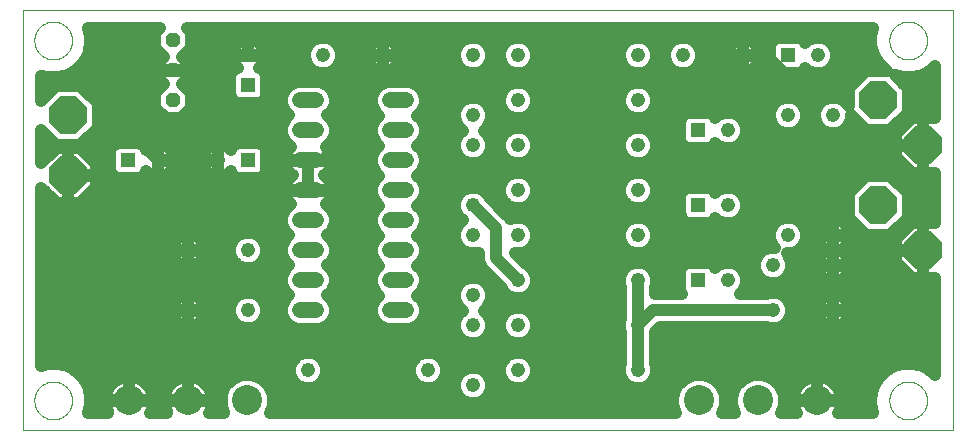
<source format=gtl>
G75*
G70*
%OFA0B0*%
%FSLAX24Y24*%
%IPPOS*%
%LPD*%
%AMOC8*
5,1,8,0,0,1.08239X$1,22.5*
%
%ADD10C,0.0000*%
%ADD11C,0.0520*%
%ADD12C,0.0476*%
%ADD13C,0.1000*%
%ADD14R,0.0476X0.0476*%
%ADD15OC8,0.1250*%
%ADD16OC8,0.0476*%
%ADD17C,0.0400*%
D10*
X000302Y005826D02*
X000302Y019826D01*
X031302Y019826D01*
X031302Y005826D01*
X000302Y005826D01*
X000672Y006826D02*
X000674Y006876D01*
X000680Y006926D01*
X000690Y006975D01*
X000704Y007023D01*
X000721Y007070D01*
X000742Y007115D01*
X000767Y007159D01*
X000795Y007200D01*
X000827Y007239D01*
X000861Y007276D01*
X000898Y007310D01*
X000938Y007340D01*
X000980Y007367D01*
X001024Y007391D01*
X001070Y007412D01*
X001117Y007428D01*
X001165Y007441D01*
X001215Y007450D01*
X001264Y007455D01*
X001315Y007456D01*
X001365Y007453D01*
X001414Y007446D01*
X001463Y007435D01*
X001511Y007420D01*
X001557Y007402D01*
X001602Y007380D01*
X001645Y007354D01*
X001686Y007325D01*
X001725Y007293D01*
X001761Y007258D01*
X001793Y007220D01*
X001823Y007180D01*
X001850Y007137D01*
X001873Y007093D01*
X001892Y007047D01*
X001908Y006999D01*
X001920Y006950D01*
X001928Y006901D01*
X001932Y006851D01*
X001932Y006801D01*
X001928Y006751D01*
X001920Y006702D01*
X001908Y006653D01*
X001892Y006605D01*
X001873Y006559D01*
X001850Y006515D01*
X001823Y006472D01*
X001793Y006432D01*
X001761Y006394D01*
X001725Y006359D01*
X001686Y006327D01*
X001645Y006298D01*
X001602Y006272D01*
X001557Y006250D01*
X001511Y006232D01*
X001463Y006217D01*
X001414Y006206D01*
X001365Y006199D01*
X001315Y006196D01*
X001264Y006197D01*
X001215Y006202D01*
X001165Y006211D01*
X001117Y006224D01*
X001070Y006240D01*
X001024Y006261D01*
X000980Y006285D01*
X000938Y006312D01*
X000898Y006342D01*
X000861Y006376D01*
X000827Y006413D01*
X000795Y006452D01*
X000767Y006493D01*
X000742Y006537D01*
X000721Y006582D01*
X000704Y006629D01*
X000690Y006677D01*
X000680Y006726D01*
X000674Y006776D01*
X000672Y006826D01*
X000672Y018826D02*
X000674Y018876D01*
X000680Y018926D01*
X000690Y018975D01*
X000704Y019023D01*
X000721Y019070D01*
X000742Y019115D01*
X000767Y019159D01*
X000795Y019200D01*
X000827Y019239D01*
X000861Y019276D01*
X000898Y019310D01*
X000938Y019340D01*
X000980Y019367D01*
X001024Y019391D01*
X001070Y019412D01*
X001117Y019428D01*
X001165Y019441D01*
X001215Y019450D01*
X001264Y019455D01*
X001315Y019456D01*
X001365Y019453D01*
X001414Y019446D01*
X001463Y019435D01*
X001511Y019420D01*
X001557Y019402D01*
X001602Y019380D01*
X001645Y019354D01*
X001686Y019325D01*
X001725Y019293D01*
X001761Y019258D01*
X001793Y019220D01*
X001823Y019180D01*
X001850Y019137D01*
X001873Y019093D01*
X001892Y019047D01*
X001908Y018999D01*
X001920Y018950D01*
X001928Y018901D01*
X001932Y018851D01*
X001932Y018801D01*
X001928Y018751D01*
X001920Y018702D01*
X001908Y018653D01*
X001892Y018605D01*
X001873Y018559D01*
X001850Y018515D01*
X001823Y018472D01*
X001793Y018432D01*
X001761Y018394D01*
X001725Y018359D01*
X001686Y018327D01*
X001645Y018298D01*
X001602Y018272D01*
X001557Y018250D01*
X001511Y018232D01*
X001463Y018217D01*
X001414Y018206D01*
X001365Y018199D01*
X001315Y018196D01*
X001264Y018197D01*
X001215Y018202D01*
X001165Y018211D01*
X001117Y018224D01*
X001070Y018240D01*
X001024Y018261D01*
X000980Y018285D01*
X000938Y018312D01*
X000898Y018342D01*
X000861Y018376D01*
X000827Y018413D01*
X000795Y018452D01*
X000767Y018493D01*
X000742Y018537D01*
X000721Y018582D01*
X000704Y018629D01*
X000690Y018677D01*
X000680Y018726D01*
X000674Y018776D01*
X000672Y018826D01*
X029172Y018826D02*
X029174Y018876D01*
X029180Y018926D01*
X029190Y018975D01*
X029204Y019023D01*
X029221Y019070D01*
X029242Y019115D01*
X029267Y019159D01*
X029295Y019200D01*
X029327Y019239D01*
X029361Y019276D01*
X029398Y019310D01*
X029438Y019340D01*
X029480Y019367D01*
X029524Y019391D01*
X029570Y019412D01*
X029617Y019428D01*
X029665Y019441D01*
X029715Y019450D01*
X029764Y019455D01*
X029815Y019456D01*
X029865Y019453D01*
X029914Y019446D01*
X029963Y019435D01*
X030011Y019420D01*
X030057Y019402D01*
X030102Y019380D01*
X030145Y019354D01*
X030186Y019325D01*
X030225Y019293D01*
X030261Y019258D01*
X030293Y019220D01*
X030323Y019180D01*
X030350Y019137D01*
X030373Y019093D01*
X030392Y019047D01*
X030408Y018999D01*
X030420Y018950D01*
X030428Y018901D01*
X030432Y018851D01*
X030432Y018801D01*
X030428Y018751D01*
X030420Y018702D01*
X030408Y018653D01*
X030392Y018605D01*
X030373Y018559D01*
X030350Y018515D01*
X030323Y018472D01*
X030293Y018432D01*
X030261Y018394D01*
X030225Y018359D01*
X030186Y018327D01*
X030145Y018298D01*
X030102Y018272D01*
X030057Y018250D01*
X030011Y018232D01*
X029963Y018217D01*
X029914Y018206D01*
X029865Y018199D01*
X029815Y018196D01*
X029764Y018197D01*
X029715Y018202D01*
X029665Y018211D01*
X029617Y018224D01*
X029570Y018240D01*
X029524Y018261D01*
X029480Y018285D01*
X029438Y018312D01*
X029398Y018342D01*
X029361Y018376D01*
X029327Y018413D01*
X029295Y018452D01*
X029267Y018493D01*
X029242Y018537D01*
X029221Y018582D01*
X029204Y018629D01*
X029190Y018677D01*
X029180Y018726D01*
X029174Y018776D01*
X029172Y018826D01*
X029172Y006826D02*
X029174Y006876D01*
X029180Y006926D01*
X029190Y006975D01*
X029204Y007023D01*
X029221Y007070D01*
X029242Y007115D01*
X029267Y007159D01*
X029295Y007200D01*
X029327Y007239D01*
X029361Y007276D01*
X029398Y007310D01*
X029438Y007340D01*
X029480Y007367D01*
X029524Y007391D01*
X029570Y007412D01*
X029617Y007428D01*
X029665Y007441D01*
X029715Y007450D01*
X029764Y007455D01*
X029815Y007456D01*
X029865Y007453D01*
X029914Y007446D01*
X029963Y007435D01*
X030011Y007420D01*
X030057Y007402D01*
X030102Y007380D01*
X030145Y007354D01*
X030186Y007325D01*
X030225Y007293D01*
X030261Y007258D01*
X030293Y007220D01*
X030323Y007180D01*
X030350Y007137D01*
X030373Y007093D01*
X030392Y007047D01*
X030408Y006999D01*
X030420Y006950D01*
X030428Y006901D01*
X030432Y006851D01*
X030432Y006801D01*
X030428Y006751D01*
X030420Y006702D01*
X030408Y006653D01*
X030392Y006605D01*
X030373Y006559D01*
X030350Y006515D01*
X030323Y006472D01*
X030293Y006432D01*
X030261Y006394D01*
X030225Y006359D01*
X030186Y006327D01*
X030145Y006298D01*
X030102Y006272D01*
X030057Y006250D01*
X030011Y006232D01*
X029963Y006217D01*
X029914Y006206D01*
X029865Y006199D01*
X029815Y006196D01*
X029764Y006197D01*
X029715Y006202D01*
X029665Y006211D01*
X029617Y006224D01*
X029570Y006240D01*
X029524Y006261D01*
X029480Y006285D01*
X029438Y006312D01*
X029398Y006342D01*
X029361Y006376D01*
X029327Y006413D01*
X029295Y006452D01*
X029267Y006493D01*
X029242Y006537D01*
X029221Y006582D01*
X029204Y006629D01*
X029190Y006677D01*
X029180Y006726D01*
X029174Y006776D01*
X029172Y006826D01*
D11*
X013062Y009826D02*
X012542Y009826D01*
X012542Y010826D02*
X013062Y010826D01*
X013062Y011826D02*
X012542Y011826D01*
X012542Y012826D02*
X013062Y012826D01*
X013062Y013826D02*
X012542Y013826D01*
X012542Y014826D02*
X013062Y014826D01*
X013062Y015826D02*
X012542Y015826D01*
X012542Y016826D02*
X013062Y016826D01*
X010062Y016826D02*
X009542Y016826D01*
X009542Y015826D02*
X010062Y015826D01*
X010062Y014826D02*
X009542Y014826D01*
X009542Y013826D02*
X010062Y013826D01*
X010062Y012826D02*
X009542Y012826D01*
X009542Y011826D02*
X010062Y011826D01*
X010062Y010826D02*
X009542Y010826D01*
X009542Y009826D02*
X010062Y009826D01*
D12*
X007802Y009826D03*
X005802Y009826D03*
X005802Y011826D03*
X007802Y011826D03*
X006802Y014826D03*
X004802Y014826D03*
X007802Y018326D03*
X010302Y018326D03*
X012302Y018326D03*
X015302Y018326D03*
X016802Y018326D03*
X016802Y016826D03*
X015302Y016326D03*
X015302Y015326D03*
X016802Y015326D03*
X016802Y013826D03*
X015302Y013326D03*
X015302Y012326D03*
X016802Y012326D03*
X016802Y010826D03*
X015302Y010326D03*
X015302Y009326D03*
X016802Y009326D03*
X016802Y007826D03*
X015302Y007326D03*
X013802Y007826D03*
X009802Y007826D03*
X020802Y007826D03*
X020802Y009326D03*
X020802Y010826D03*
X020802Y012326D03*
X020802Y013826D03*
X020802Y015326D03*
X020802Y016826D03*
X020802Y018326D03*
X022302Y018326D03*
X024302Y018326D03*
X026802Y018326D03*
X027302Y016326D03*
X025802Y016326D03*
X023802Y015826D03*
X023802Y013326D03*
X025802Y012326D03*
X025302Y011326D03*
X023802Y010826D03*
X025302Y009826D03*
X027302Y009826D03*
X027302Y011326D03*
X027302Y012326D03*
D13*
X026771Y006826D03*
X024802Y006826D03*
X022834Y006826D03*
X007771Y006826D03*
X005802Y006826D03*
X003834Y006826D03*
D14*
X003802Y014826D03*
X007802Y014826D03*
X007802Y017326D03*
X022802Y015826D03*
X022802Y013326D03*
X022802Y010826D03*
X025802Y018326D03*
D15*
X028802Y016826D03*
X030302Y015326D03*
X028802Y013326D03*
X030302Y011826D03*
X001802Y014326D03*
X001802Y016326D03*
D16*
X005302Y016826D03*
X005302Y017826D03*
X005302Y018826D03*
D17*
X004857Y019226D02*
X004705Y019073D01*
X004705Y018578D01*
X004999Y018283D01*
X004765Y018048D01*
X004765Y017826D01*
X005302Y017826D01*
X005302Y017825D01*
X004765Y017825D01*
X004765Y017603D01*
X004999Y017368D01*
X004705Y017073D01*
X004705Y016578D01*
X005055Y016228D01*
X005550Y016228D01*
X005900Y016578D01*
X005900Y017073D01*
X005605Y017368D01*
X005840Y017603D01*
X005840Y017825D01*
X005303Y017825D01*
X005303Y017826D01*
X005840Y017826D01*
X005840Y018048D01*
X005605Y018283D01*
X005900Y018578D01*
X005900Y019073D01*
X005748Y019226D01*
X028636Y019226D01*
X028572Y018987D01*
X028572Y018664D01*
X028656Y018351D01*
X028818Y018070D01*
X029047Y017841D01*
X029101Y017810D01*
X028394Y017810D01*
X027817Y017233D01*
X027817Y016644D01*
X027809Y016664D01*
X027641Y016832D01*
X027421Y016923D01*
X027183Y016923D01*
X026964Y016832D01*
X026796Y016664D01*
X026705Y016444D01*
X026705Y016207D01*
X026796Y015987D01*
X026964Y015819D01*
X027183Y015728D01*
X027421Y015728D01*
X027641Y015819D01*
X027809Y015987D01*
X027900Y016207D01*
X027900Y016335D01*
X028394Y015841D01*
X029210Y015841D01*
X029787Y016418D01*
X029787Y017233D01*
X029346Y017674D01*
X029640Y017596D01*
X029964Y017596D01*
X030277Y017679D01*
X030558Y017841D01*
X030702Y017986D01*
X030702Y016234D01*
X030685Y016250D01*
X030303Y016250D01*
X030303Y015326D01*
X030302Y015326D01*
X030302Y016250D01*
X029919Y016250D01*
X029377Y015709D01*
X029377Y015326D01*
X030302Y015326D01*
X030302Y015325D01*
X030303Y015325D01*
X030303Y014401D01*
X030685Y014401D01*
X030702Y014417D01*
X030702Y012734D01*
X030685Y012750D01*
X030303Y012750D01*
X030303Y011826D01*
X030302Y011826D01*
X030302Y012750D01*
X029919Y012750D01*
X029377Y012209D01*
X029377Y011826D01*
X030302Y011826D01*
X030302Y011825D01*
X030303Y011825D01*
X030303Y010901D01*
X030685Y010901D01*
X030702Y010917D01*
X030702Y007665D01*
X030558Y007810D01*
X030277Y007972D01*
X029964Y008055D01*
X029640Y008055D01*
X029328Y007972D01*
X029047Y007810D01*
X028818Y007581D01*
X028656Y007300D01*
X028572Y006987D01*
X028572Y006664D01*
X028636Y006425D01*
X027464Y006425D01*
X027490Y006471D01*
X027530Y006568D01*
X027557Y006669D01*
X027571Y006773D01*
X027571Y006825D01*
X026771Y006825D01*
X026771Y006826D01*
X026771Y006826D01*
X026771Y007625D01*
X026823Y007625D01*
X026927Y007612D01*
X027029Y007585D01*
X027125Y007545D01*
X027216Y007492D01*
X027299Y007428D01*
X027374Y007354D01*
X027437Y007271D01*
X027490Y007180D01*
X027530Y007083D01*
X027557Y006982D01*
X027571Y006878D01*
X027571Y006826D01*
X026771Y006826D01*
X026771Y007625D01*
X026718Y007625D01*
X026614Y007612D01*
X026513Y007585D01*
X026416Y007545D01*
X026325Y007492D01*
X026242Y007428D01*
X026168Y007354D01*
X026104Y007271D01*
X026052Y007180D01*
X026012Y007083D01*
X025985Y006982D01*
X025971Y006878D01*
X025971Y006826D01*
X026770Y006826D01*
X026770Y006825D01*
X025971Y006825D01*
X025971Y006773D01*
X025985Y006669D01*
X026012Y006568D01*
X026052Y006471D01*
X026078Y006425D01*
X025567Y006425D01*
X025662Y006654D01*
X025662Y006997D01*
X025531Y007313D01*
X025289Y007555D01*
X024973Y007685D01*
X024631Y007685D01*
X024315Y007555D01*
X024073Y007313D01*
X023942Y006997D01*
X023942Y006654D01*
X024037Y006425D01*
X023599Y006425D01*
X023694Y006654D01*
X023694Y006997D01*
X023563Y007313D01*
X023321Y007555D01*
X023005Y007685D01*
X022663Y007685D01*
X022347Y007555D01*
X022105Y007313D01*
X021974Y006997D01*
X021974Y006654D01*
X022069Y006425D01*
X008536Y006425D01*
X008631Y006654D01*
X008631Y006997D01*
X008500Y007313D01*
X008258Y007555D01*
X007942Y007685D01*
X007600Y007685D01*
X007284Y007555D01*
X007042Y007313D01*
X006911Y006997D01*
X006911Y006654D01*
X007006Y006425D01*
X006495Y006425D01*
X006521Y006471D01*
X006561Y006568D01*
X006589Y006669D01*
X006602Y006773D01*
X006602Y006825D01*
X005803Y006825D01*
X005803Y006826D01*
X006602Y006826D01*
X006602Y006878D01*
X006589Y006982D01*
X006561Y007083D01*
X006521Y007180D01*
X006469Y007271D01*
X006405Y007354D01*
X006331Y007428D01*
X006248Y007492D01*
X006157Y007545D01*
X006060Y007585D01*
X005959Y007612D01*
X005855Y007625D01*
X005803Y007625D01*
X005803Y006826D01*
X005802Y006826D01*
X005802Y007625D01*
X005750Y007625D01*
X005646Y007612D01*
X005545Y007585D01*
X005448Y007545D01*
X005357Y007492D01*
X005274Y007428D01*
X005200Y007354D01*
X005136Y007271D01*
X005083Y007180D01*
X005043Y007083D01*
X005016Y006982D01*
X005002Y006878D01*
X005002Y006826D01*
X005802Y006826D01*
X005802Y006825D01*
X005002Y006825D01*
X005002Y006773D01*
X005016Y006669D01*
X005043Y006568D01*
X005083Y006471D01*
X005110Y006425D01*
X004527Y006425D01*
X004553Y006471D01*
X004593Y006568D01*
X004620Y006669D01*
X004634Y006773D01*
X004634Y006825D01*
X003834Y006825D01*
X003834Y006826D01*
X003834Y006826D01*
X003834Y007625D01*
X003886Y007625D01*
X003990Y007612D01*
X004092Y007585D01*
X004188Y007545D01*
X004279Y007492D01*
X004362Y007428D01*
X004437Y007354D01*
X004500Y007271D01*
X004553Y007180D01*
X004593Y007083D01*
X004620Y006982D01*
X004634Y006878D01*
X004634Y006826D01*
X003834Y006826D01*
X003834Y007625D01*
X003781Y007625D01*
X003677Y007612D01*
X003576Y007585D01*
X003479Y007545D01*
X003388Y007492D01*
X003305Y007428D01*
X003231Y007354D01*
X003167Y007271D01*
X003115Y007180D01*
X003075Y007083D01*
X003048Y006982D01*
X003034Y006878D01*
X003034Y006826D01*
X003833Y006826D01*
X003833Y006825D01*
X003034Y006825D01*
X003034Y006773D01*
X003048Y006669D01*
X003075Y006568D01*
X003115Y006471D01*
X003141Y006425D01*
X002468Y006425D01*
X002532Y006664D01*
X002532Y006987D01*
X002448Y007300D01*
X002286Y007581D01*
X002058Y007810D01*
X001777Y007972D01*
X001464Y008055D01*
X001140Y008055D01*
X000902Y007992D01*
X000902Y013917D01*
X001419Y013401D01*
X001802Y013401D01*
X001802Y014325D01*
X001803Y014325D01*
X001803Y014326D01*
X002727Y014326D01*
X002727Y014709D01*
X002185Y015250D01*
X001803Y015250D01*
X001803Y014326D01*
X001802Y014326D01*
X001802Y015250D01*
X001419Y015250D01*
X000902Y014734D01*
X000902Y015833D01*
X001394Y015341D01*
X002210Y015341D01*
X002787Y015918D01*
X002787Y016733D01*
X002210Y017310D01*
X001394Y017310D01*
X000902Y016818D01*
X000902Y017659D01*
X001140Y017596D01*
X001464Y017596D01*
X001777Y017679D01*
X002058Y017841D01*
X002286Y018070D01*
X002448Y018351D01*
X002532Y018664D01*
X002532Y018987D01*
X002468Y019226D01*
X004857Y019226D01*
X004705Y018977D02*
X002532Y018977D01*
X002510Y018579D02*
X004705Y018579D01*
X004897Y018180D02*
X002350Y018180D01*
X001954Y017782D02*
X004765Y017782D01*
X004802Y017826D02*
X004302Y017326D01*
X004302Y015326D01*
X004802Y014826D01*
X004802Y015363D01*
X004760Y015363D01*
X004676Y015350D01*
X004596Y015324D01*
X004520Y015285D01*
X004452Y015236D01*
X004392Y015176D01*
X004386Y015168D01*
X004345Y015267D01*
X004244Y015368D01*
X004112Y015423D01*
X003493Y015423D01*
X003361Y015368D01*
X003259Y015267D01*
X003205Y015135D01*
X003205Y014516D01*
X003259Y014384D01*
X003361Y014283D01*
X003493Y014228D01*
X004112Y014228D01*
X004244Y014283D01*
X004345Y014384D01*
X004386Y014483D01*
X004392Y014475D01*
X004452Y014415D01*
X004520Y014366D01*
X004596Y014327D01*
X004676Y014301D01*
X004760Y014288D01*
X004802Y014288D01*
X004802Y014825D01*
X004803Y014825D01*
X004803Y014826D01*
X005340Y014826D01*
X005340Y014868D01*
X005327Y014951D01*
X005301Y015032D01*
X005262Y015107D01*
X005213Y015176D01*
X005153Y015236D01*
X005084Y015285D01*
X005009Y015324D01*
X004928Y015350D01*
X004845Y015363D01*
X004803Y015363D01*
X004803Y014826D01*
X004802Y014826D01*
X004803Y014825D02*
X005340Y014825D01*
X005340Y014783D01*
X005327Y014700D01*
X005301Y014619D01*
X005262Y014544D01*
X005213Y014475D01*
X005153Y014415D01*
X005084Y014366D01*
X005009Y014327D01*
X004928Y014301D01*
X004845Y014288D01*
X004803Y014288D01*
X004803Y014825D01*
X004802Y014992D02*
X004803Y014992D01*
X005314Y014992D02*
X006291Y014992D01*
X006304Y015032D02*
X006278Y014951D01*
X006265Y014868D01*
X006265Y014826D01*
X006802Y014826D01*
X006802Y015363D01*
X006760Y015363D01*
X006676Y015350D01*
X006596Y015324D01*
X006520Y015285D01*
X006452Y015236D01*
X006392Y015176D01*
X006342Y015107D01*
X006304Y015032D01*
X006265Y014825D02*
X006265Y014783D01*
X006278Y014700D01*
X006304Y014619D01*
X006342Y014544D01*
X006392Y014475D01*
X006452Y014415D01*
X006520Y014366D01*
X006596Y014327D01*
X006676Y014301D01*
X006760Y014288D01*
X006802Y014288D01*
X006802Y014825D01*
X006803Y014825D01*
X006803Y014288D01*
X006845Y014288D01*
X006928Y014301D01*
X007009Y014327D01*
X007084Y014366D01*
X007153Y014415D01*
X007213Y014475D01*
X007218Y014483D01*
X007259Y014384D01*
X007361Y014283D01*
X007493Y014228D01*
X008112Y014228D01*
X008244Y014283D01*
X008345Y014384D01*
X008400Y014516D01*
X008400Y015135D01*
X008345Y015267D01*
X008244Y015368D01*
X008112Y015423D01*
X007493Y015423D01*
X007361Y015368D01*
X007259Y015267D01*
X007218Y015168D01*
X007213Y015176D01*
X007153Y015236D01*
X007084Y015285D01*
X007009Y015324D01*
X006928Y015350D01*
X006845Y015363D01*
X006803Y015363D01*
X006803Y014826D01*
X006802Y014826D01*
X006802Y014825D01*
X006265Y014825D01*
X006317Y014593D02*
X005288Y014593D01*
X004803Y014593D02*
X004802Y014593D01*
X004191Y015391D02*
X007414Y015391D01*
X006803Y014992D02*
X006802Y014992D01*
X006802Y014826D02*
X006802Y014326D01*
X007302Y013826D01*
X009802Y013826D01*
X009802Y014385D01*
X009802Y014825D01*
X009803Y014825D01*
X009803Y014826D01*
X010622Y014826D01*
X010622Y014870D01*
X010609Y014957D01*
X010581Y015040D01*
X010541Y015119D01*
X010489Y015190D01*
X010427Y015253D01*
X010381Y015286D01*
X010414Y015300D01*
X010588Y015474D01*
X010682Y015702D01*
X010682Y015949D01*
X010588Y016177D01*
X010439Y016326D01*
X010588Y016474D01*
X010682Y016702D01*
X010682Y016949D01*
X010588Y017177D01*
X010414Y017351D01*
X010186Y017445D01*
X009419Y017445D01*
X009191Y017351D01*
X009017Y017177D01*
X008922Y016949D01*
X008922Y016702D01*
X009017Y016474D01*
X009166Y016326D01*
X009017Y016177D01*
X008922Y015949D01*
X008922Y015702D01*
X009017Y015474D01*
X009191Y015300D01*
X009224Y015286D01*
X009178Y015253D01*
X009115Y015190D01*
X009063Y015119D01*
X009023Y015040D01*
X008996Y014957D01*
X008982Y014870D01*
X008982Y014826D01*
X009802Y014826D01*
X009802Y014825D01*
X008982Y014825D01*
X008982Y014781D01*
X008996Y014694D01*
X009023Y014611D01*
X009063Y014532D01*
X009115Y014461D01*
X009178Y014398D01*
X009249Y014347D01*
X009290Y014326D01*
X009249Y014304D01*
X009178Y014253D01*
X009115Y014190D01*
X009063Y014119D01*
X009023Y014040D01*
X008996Y013957D01*
X008982Y013870D01*
X008982Y013826D01*
X009802Y013826D01*
X009803Y013826D01*
X010622Y013826D01*
X010622Y013870D01*
X010609Y013957D01*
X010581Y014040D01*
X010541Y014119D01*
X010489Y014190D01*
X010427Y014253D01*
X010356Y014304D01*
X010314Y014326D01*
X010356Y014347D01*
X010427Y014398D01*
X010489Y014461D01*
X010541Y014532D01*
X010581Y014611D01*
X010609Y014694D01*
X010622Y014781D01*
X010622Y014825D01*
X009803Y014825D01*
X009803Y014385D01*
X009803Y013826D01*
X009803Y013825D01*
X010622Y013825D01*
X010622Y013781D01*
X010609Y013694D01*
X010581Y013611D01*
X010541Y013532D01*
X010489Y013461D01*
X010427Y013398D01*
X010381Y013365D01*
X010414Y013351D01*
X010588Y013177D01*
X010682Y012949D01*
X010682Y012702D01*
X010588Y012474D01*
X010439Y012326D01*
X010588Y012177D01*
X010682Y011949D01*
X010682Y011702D01*
X010588Y011474D01*
X010439Y011326D01*
X010588Y011177D01*
X010682Y010949D01*
X010682Y010702D01*
X010588Y010474D01*
X010439Y010326D01*
X010588Y010177D01*
X010682Y009949D01*
X010682Y009702D01*
X010588Y009474D01*
X010414Y009300D01*
X010186Y009206D01*
X009419Y009206D01*
X009191Y009300D01*
X009017Y009474D01*
X008922Y009702D01*
X008922Y009949D01*
X009017Y010177D01*
X009166Y010326D01*
X009017Y010474D01*
X008922Y010702D01*
X008922Y010949D01*
X009017Y011177D01*
X009166Y011326D01*
X009017Y011474D01*
X008922Y011702D01*
X008922Y011949D01*
X009017Y012177D01*
X009166Y012326D01*
X009017Y012474D01*
X008922Y012702D01*
X008922Y012949D01*
X009017Y013177D01*
X009191Y013351D01*
X009224Y013365D01*
X009178Y013398D01*
X000902Y013398D01*
X000902Y012999D02*
X008943Y012999D01*
X009178Y013398D02*
X009115Y013461D01*
X009063Y013532D01*
X009023Y013611D01*
X008996Y013694D01*
X008982Y013781D01*
X008982Y013825D01*
X009802Y013825D01*
X009802Y013826D01*
X009802Y014826D01*
X010302Y014826D01*
X010802Y015326D01*
X010802Y016326D01*
X012302Y017826D01*
X012302Y018326D01*
X012302Y018863D01*
X012260Y018863D01*
X012176Y018850D01*
X012096Y018824D01*
X012020Y018785D01*
X011952Y018736D01*
X011892Y018676D01*
X011842Y018607D01*
X011804Y018532D01*
X011778Y018451D01*
X011765Y018368D01*
X011765Y018326D01*
X012302Y018326D01*
X012303Y018326D01*
X012840Y018326D01*
X012840Y018368D01*
X012827Y018451D01*
X012801Y018532D01*
X012762Y018607D01*
X012713Y018676D01*
X012653Y018736D01*
X012584Y018785D01*
X012509Y018824D01*
X012428Y018850D01*
X012345Y018863D01*
X012303Y018863D01*
X012303Y018326D01*
X012303Y018325D01*
X012840Y018325D01*
X012840Y018283D01*
X012827Y018200D01*
X012801Y018119D01*
X012762Y018044D01*
X012713Y017975D01*
X012653Y017915D01*
X012584Y017866D01*
X012509Y017827D01*
X012428Y017801D01*
X012345Y017788D01*
X012303Y017788D01*
X012303Y018325D01*
X012302Y018325D01*
X012302Y017788D01*
X012260Y017788D01*
X012176Y017801D01*
X012096Y017827D01*
X012020Y017866D01*
X011952Y017915D01*
X011892Y017975D01*
X011842Y018044D01*
X011804Y018119D01*
X011778Y018200D01*
X011765Y018283D01*
X011765Y018325D01*
X012302Y018325D01*
X012302Y018326D01*
X013802Y018326D01*
X014552Y017576D01*
X023552Y017576D01*
X024302Y018326D01*
X024302Y018863D01*
X024260Y018863D01*
X024176Y018850D01*
X024096Y018824D01*
X024020Y018785D01*
X023952Y018736D01*
X023892Y018676D01*
X023842Y018607D01*
X023804Y018532D01*
X023778Y018451D01*
X023765Y018368D01*
X023765Y018326D01*
X024302Y018326D01*
X024303Y018326D01*
X024840Y018326D01*
X024840Y018368D01*
X024827Y018451D01*
X024801Y018532D01*
X024762Y018607D01*
X024713Y018676D01*
X024653Y018736D01*
X024584Y018785D01*
X024509Y018824D01*
X024428Y018850D01*
X024345Y018863D01*
X024303Y018863D01*
X024303Y018326D01*
X024303Y018325D01*
X024840Y018325D01*
X024840Y018283D01*
X024827Y018200D01*
X024801Y018119D01*
X024762Y018044D01*
X024713Y017975D01*
X024653Y017915D01*
X024584Y017866D01*
X024509Y017827D01*
X024428Y017801D01*
X024345Y017788D01*
X024303Y017788D01*
X024303Y018325D01*
X024302Y018325D01*
X024302Y017788D01*
X024260Y017788D01*
X024176Y017801D01*
X024096Y017827D01*
X024020Y017866D01*
X023952Y017915D01*
X023892Y017975D01*
X023842Y018044D01*
X023804Y018119D01*
X023778Y018200D01*
X023765Y018283D01*
X023765Y018325D01*
X024302Y018325D01*
X024302Y018326D01*
X025052Y018326D01*
X026552Y016826D01*
X026552Y013326D01*
X027302Y012576D01*
X027302Y012326D01*
X027302Y012863D01*
X027260Y012863D01*
X027176Y012850D01*
X027096Y012824D01*
X027020Y012785D01*
X026952Y012736D01*
X026892Y012676D01*
X026842Y012607D01*
X026804Y012532D01*
X026778Y012451D01*
X026765Y012368D01*
X026765Y012326D01*
X027302Y012326D01*
X027303Y012326D01*
X027840Y012326D01*
X027840Y012368D01*
X027827Y012451D01*
X027801Y012532D01*
X027762Y012607D01*
X027713Y012676D01*
X027653Y012736D01*
X027584Y012785D01*
X027509Y012824D01*
X027428Y012850D01*
X027345Y012863D01*
X027303Y012863D01*
X027303Y012326D01*
X027303Y012325D01*
X027840Y012325D01*
X027840Y012283D01*
X027827Y012200D01*
X027801Y012119D01*
X027762Y012044D01*
X027713Y011975D01*
X027653Y011915D01*
X027584Y011866D01*
X027509Y011827D01*
X027504Y011826D01*
X027509Y011824D01*
X027584Y011785D01*
X027653Y011736D01*
X027713Y011676D01*
X027762Y011607D01*
X027801Y011532D01*
X027827Y011451D01*
X027840Y011368D01*
X027840Y011326D01*
X027303Y011326D01*
X027303Y011325D01*
X027840Y011325D01*
X027840Y011283D01*
X027827Y011200D01*
X027801Y011119D01*
X027762Y011044D01*
X027713Y010975D01*
X027653Y010915D01*
X027584Y010866D01*
X027509Y010827D01*
X027428Y010801D01*
X027345Y010788D01*
X027303Y010788D01*
X027303Y011325D01*
X027302Y011325D01*
X027302Y010788D01*
X027260Y010788D01*
X027176Y010801D01*
X027096Y010827D01*
X027020Y010866D01*
X026952Y010915D01*
X026892Y010975D01*
X026842Y011044D01*
X026804Y011119D01*
X026778Y011200D01*
X026765Y011283D01*
X026765Y011325D01*
X027302Y011325D01*
X027302Y011326D01*
X027302Y011863D01*
X027302Y012325D01*
X027303Y012325D01*
X027303Y011863D01*
X027303Y011326D01*
X027302Y011326D01*
X026765Y011326D01*
X026765Y011368D01*
X026778Y011451D01*
X026804Y011532D01*
X026842Y011607D01*
X026892Y011676D01*
X026952Y011736D01*
X027020Y011785D01*
X027096Y011824D01*
X027101Y011826D01*
X027096Y011827D01*
X027020Y011866D01*
X026952Y011915D01*
X026892Y011975D01*
X026842Y012044D01*
X026804Y012119D01*
X026778Y012200D01*
X026765Y012283D01*
X026765Y012325D01*
X027302Y012325D01*
X027302Y012326D01*
X027302Y012202D02*
X027303Y012202D01*
X027302Y011804D02*
X027303Y011804D01*
X027548Y011804D02*
X029377Y011804D01*
X029377Y011825D02*
X029377Y011442D01*
X029919Y010901D01*
X030302Y010901D01*
X030302Y011825D01*
X029377Y011825D01*
X029377Y012202D02*
X027827Y012202D01*
X028394Y012341D02*
X029210Y012341D01*
X029787Y012918D01*
X029787Y013733D01*
X029210Y014310D01*
X028394Y014310D01*
X027817Y013733D01*
X027817Y012918D01*
X028394Y012341D01*
X028134Y012601D02*
X027766Y012601D01*
X027303Y012601D02*
X027302Y012601D01*
X026839Y012601D02*
X026335Y012601D01*
X026309Y012664D02*
X026141Y012832D01*
X025921Y012923D01*
X025683Y012923D01*
X025464Y012832D01*
X025296Y012664D01*
X025205Y012444D01*
X025205Y012207D01*
X025296Y011987D01*
X025359Y011923D01*
X025183Y011923D01*
X024964Y011832D01*
X024796Y011664D01*
X024705Y011444D01*
X024705Y011207D01*
X024796Y010987D01*
X024964Y010819D01*
X025183Y010728D01*
X025421Y010728D01*
X025641Y010819D01*
X025809Y010987D01*
X025900Y011207D01*
X025900Y011444D01*
X025809Y011664D01*
X025745Y011728D01*
X025921Y011728D01*
X026141Y011819D01*
X026309Y011987D01*
X026400Y012207D01*
X026400Y012444D01*
X026309Y012664D01*
X026398Y012202D02*
X026777Y012202D01*
X027056Y011804D02*
X026105Y011804D01*
X025900Y011405D02*
X026770Y011405D01*
X026869Y011007D02*
X025817Y011007D01*
X025641Y010332D02*
X025421Y010423D01*
X025183Y010423D01*
X025092Y010385D01*
X024208Y010385D01*
X024309Y010487D01*
X024400Y010707D01*
X024400Y010944D01*
X024309Y011164D01*
X024141Y011332D01*
X023921Y011423D01*
X023683Y011423D01*
X023464Y011332D01*
X023361Y011229D01*
X023345Y011267D01*
X023244Y011368D01*
X023112Y011423D01*
X022493Y011423D01*
X022361Y011368D01*
X022259Y011267D01*
X022205Y011135D01*
X022205Y010516D01*
X022259Y010385D01*
X021414Y010385D01*
X021362Y010385D01*
X021362Y010615D01*
X021400Y010707D01*
X021400Y010944D01*
X021309Y011164D01*
X021141Y011332D01*
X020921Y011423D01*
X020683Y011423D01*
X020464Y011332D01*
X020296Y011164D01*
X020205Y010944D01*
X020205Y010707D01*
X020242Y010615D01*
X020242Y009536D01*
X020205Y009444D01*
X020205Y009207D01*
X020242Y009115D01*
X020242Y008036D01*
X020205Y007944D01*
X020205Y007707D01*
X020296Y007487D01*
X020464Y007319D01*
X020683Y007228D01*
X020921Y007228D01*
X021141Y007319D01*
X021309Y007487D01*
X021400Y007707D01*
X021400Y007944D01*
X021362Y008036D01*
X021362Y009094D01*
X021534Y009266D01*
X025092Y009266D01*
X025183Y009228D01*
X025421Y009228D01*
X025641Y009319D01*
X025809Y009487D01*
X025900Y009707D01*
X025900Y009944D01*
X025809Y010164D01*
X025641Y010332D01*
X025764Y010209D02*
X026926Y010209D01*
X026952Y010236D02*
X026892Y010176D01*
X026842Y010107D01*
X026804Y010032D01*
X026778Y009951D01*
X026765Y009868D01*
X026765Y009826D01*
X027302Y009826D01*
X027302Y010363D01*
X027260Y010363D01*
X027176Y010350D01*
X027096Y010324D01*
X027020Y010285D01*
X026952Y010236D01*
X027302Y010209D02*
X027303Y010209D01*
X027303Y010363D02*
X027345Y010363D01*
X027428Y010350D01*
X027509Y010324D01*
X027584Y010285D01*
X027653Y010236D01*
X027713Y010176D01*
X027762Y010107D01*
X027801Y010032D01*
X027827Y009951D01*
X027840Y009868D01*
X027840Y009826D01*
X027303Y009826D01*
X027303Y009825D01*
X027840Y009825D01*
X027840Y009783D01*
X027827Y009700D01*
X027801Y009619D01*
X027762Y009544D01*
X027713Y009475D01*
X027653Y009415D01*
X027584Y009366D01*
X027509Y009327D01*
X027428Y009301D01*
X027345Y009288D01*
X027303Y009288D01*
X027303Y009825D01*
X027302Y009825D01*
X027302Y009288D01*
X027260Y009288D01*
X027176Y009301D01*
X027096Y009327D01*
X027020Y009366D01*
X026952Y009415D01*
X026892Y009475D01*
X026842Y009544D01*
X026804Y009619D01*
X026778Y009700D01*
X026765Y009783D01*
X026765Y009825D01*
X027302Y009825D01*
X027302Y009826D01*
X027303Y009826D01*
X027303Y010363D01*
X027679Y010209D02*
X030702Y010209D01*
X030702Y009811D02*
X027840Y009811D01*
X027649Y009412D02*
X030702Y009412D01*
X030702Y009014D02*
X021362Y009014D01*
X021362Y008615D02*
X030702Y008615D01*
X030702Y008217D02*
X021362Y008217D01*
X021400Y007818D02*
X029062Y007818D01*
X028725Y007420D02*
X027308Y007420D01*
X027547Y007021D02*
X028581Y007021D01*
X028583Y006623D02*
X027545Y006623D01*
X026771Y007021D02*
X026771Y007021D01*
X026771Y007420D02*
X026771Y007420D01*
X026234Y007420D02*
X025424Y007420D01*
X025652Y007021D02*
X025995Y007021D01*
X025997Y006623D02*
X025649Y006623D01*
X024180Y007420D02*
X023456Y007420D01*
X023684Y007021D02*
X023953Y007021D01*
X023956Y006623D02*
X023681Y006623D01*
X022212Y007420D02*
X021242Y007420D01*
X020802Y007826D02*
X020802Y009326D01*
X020802Y010826D01*
X020230Y011007D02*
X017374Y011007D01*
X017400Y010944D02*
X017309Y011164D01*
X017141Y011332D01*
X017050Y011370D01*
X016692Y011728D01*
X016921Y011728D01*
X017141Y011819D01*
X017309Y011987D01*
X017400Y012207D01*
X017400Y012444D01*
X017309Y012664D01*
X017141Y012832D01*
X016921Y012923D01*
X016683Y012923D01*
X016539Y012864D01*
X016527Y012893D01*
X016370Y013050D01*
X015847Y013573D01*
X015809Y013664D01*
X015641Y013832D01*
X015421Y013923D01*
X015183Y013923D01*
X014964Y013832D01*
X014796Y013664D01*
X014705Y013444D01*
X014705Y013207D01*
X014796Y012987D01*
X014957Y012826D01*
X014796Y012664D01*
X014705Y012444D01*
X014705Y012207D01*
X014796Y011987D01*
X014964Y011819D01*
X015183Y011728D01*
X015421Y011728D01*
X015492Y011757D01*
X015492Y011687D01*
X015492Y011464D01*
X015578Y011258D01*
X016258Y010578D01*
X016296Y010487D01*
X016464Y010319D01*
X016683Y010228D01*
X016921Y010228D01*
X017141Y010319D01*
X017309Y010487D01*
X017400Y010707D01*
X017400Y010944D01*
X017359Y010608D02*
X020242Y010608D01*
X020242Y010209D02*
X015900Y010209D01*
X015900Y010207D02*
X015900Y010444D01*
X015809Y010664D01*
X015641Y010832D01*
X015421Y010923D01*
X015183Y010923D01*
X014964Y010832D01*
X014796Y010664D01*
X014705Y010444D01*
X014705Y010207D01*
X014796Y009987D01*
X014957Y009825D01*
X014796Y009664D01*
X014705Y009444D01*
X014705Y009207D01*
X014796Y008987D01*
X014964Y008819D01*
X015183Y008728D01*
X015421Y008728D01*
X015641Y008819D01*
X015809Y008987D01*
X015900Y009207D01*
X015900Y009444D01*
X015809Y009664D01*
X015648Y009825D01*
X015809Y009987D01*
X015900Y010207D01*
X015832Y010608D02*
X016228Y010608D01*
X015829Y011007D02*
X013658Y011007D01*
X013682Y010949D02*
X013588Y011177D01*
X013439Y011325D01*
X013588Y011474D01*
X013682Y011702D01*
X013682Y011949D01*
X013588Y012177D01*
X013439Y012325D01*
X013588Y012474D01*
X013682Y012702D01*
X013682Y012949D01*
X013588Y013177D01*
X013439Y013325D01*
X013588Y013474D01*
X013682Y013702D01*
X013682Y013949D01*
X013588Y014177D01*
X013439Y014325D01*
X013588Y014474D01*
X013682Y014702D01*
X013682Y014949D01*
X013588Y015177D01*
X013439Y015325D01*
X013588Y015474D01*
X013682Y015702D01*
X013682Y015949D01*
X013588Y016177D01*
X013439Y016325D01*
X013588Y016474D01*
X013682Y016702D01*
X013682Y016949D01*
X013588Y017177D01*
X013414Y017351D01*
X013186Y017445D01*
X012419Y017445D01*
X012191Y017351D01*
X012017Y017177D01*
X011922Y016949D01*
X011922Y016702D01*
X012017Y016474D01*
X012166Y016325D01*
X012017Y016177D01*
X011922Y015949D01*
X011922Y015702D01*
X012017Y015474D01*
X012166Y015325D01*
X012017Y015177D01*
X011922Y014949D01*
X011922Y014702D01*
X012017Y014474D01*
X012166Y014325D01*
X012017Y014177D01*
X011922Y013949D01*
X011922Y013702D01*
X012017Y013474D01*
X012166Y013325D01*
X012017Y013177D01*
X011922Y012949D01*
X011922Y012702D01*
X012017Y012474D01*
X012166Y012325D01*
X012017Y012177D01*
X011922Y011949D01*
X011922Y011702D01*
X012017Y011474D01*
X012166Y011325D01*
X012017Y011177D01*
X011922Y010949D01*
X011922Y010702D01*
X012017Y010474D01*
X012166Y010325D01*
X012017Y010177D01*
X011922Y009949D01*
X011922Y009702D01*
X012017Y009474D01*
X012191Y009300D01*
X012419Y009206D01*
X013186Y009206D01*
X013414Y009300D01*
X013588Y009474D01*
X013682Y009702D01*
X013682Y009949D01*
X013588Y010177D01*
X013439Y010325D01*
X013588Y010474D01*
X013682Y010702D01*
X013682Y010949D01*
X013643Y010608D02*
X014772Y010608D01*
X014705Y010209D02*
X013555Y010209D01*
X013682Y009811D02*
X014942Y009811D01*
X014705Y009412D02*
X013526Y009412D01*
X013683Y008423D02*
X013464Y008332D01*
X013296Y008164D01*
X013205Y007944D01*
X013205Y007707D01*
X013296Y007487D01*
X013464Y007319D01*
X013683Y007228D01*
X013921Y007228D01*
X014141Y007319D01*
X014309Y007487D01*
X014400Y007707D01*
X014400Y007944D01*
X014309Y008164D01*
X014141Y008332D01*
X013921Y008423D01*
X013683Y008423D01*
X013348Y008217D02*
X010256Y008217D01*
X010309Y008164D02*
X010141Y008332D01*
X009921Y008423D01*
X009683Y008423D01*
X009464Y008332D01*
X009296Y008164D01*
X009205Y007944D01*
X009205Y007707D01*
X009296Y007487D01*
X009464Y007319D01*
X009683Y007228D01*
X009921Y007228D01*
X010141Y007319D01*
X010309Y007487D01*
X010400Y007707D01*
X010400Y007944D01*
X010309Y008164D01*
X010400Y007818D02*
X013205Y007818D01*
X013363Y007420D02*
X010242Y007420D01*
X009363Y007420D02*
X008393Y007420D01*
X008621Y007021D02*
X014781Y007021D01*
X014796Y006987D02*
X014964Y006819D01*
X015183Y006728D01*
X015421Y006728D01*
X015641Y006819D01*
X015809Y006987D01*
X015900Y007207D01*
X015900Y007444D01*
X015809Y007664D01*
X015641Y007832D01*
X015421Y007923D01*
X015183Y007923D01*
X014964Y007832D01*
X014796Y007664D01*
X014705Y007444D01*
X014705Y007207D01*
X014796Y006987D01*
X014705Y007420D02*
X014242Y007420D01*
X014400Y007818D02*
X014950Y007818D01*
X015655Y007818D02*
X016205Y007818D01*
X016205Y007707D02*
X016296Y007487D01*
X016464Y007319D01*
X016683Y007228D01*
X016921Y007228D01*
X017141Y007319D01*
X017309Y007487D01*
X017400Y007707D01*
X017400Y007944D01*
X017309Y008164D01*
X017141Y008332D01*
X016921Y008423D01*
X016683Y008423D01*
X016464Y008332D01*
X016296Y008164D01*
X016205Y007944D01*
X016205Y007707D01*
X016363Y007420D02*
X015900Y007420D01*
X015823Y007021D02*
X021984Y007021D01*
X021987Y006623D02*
X008618Y006623D01*
X009205Y007818D02*
X002043Y007818D01*
X002379Y007420D02*
X003297Y007420D01*
X003058Y007021D02*
X002523Y007021D01*
X002521Y006623D02*
X003060Y006623D01*
X003834Y007021D02*
X003834Y007021D01*
X003834Y007420D02*
X003834Y007420D01*
X004371Y007420D02*
X005265Y007420D01*
X005027Y007021D02*
X004610Y007021D01*
X004608Y006623D02*
X005029Y006623D01*
X005802Y007021D02*
X005803Y007021D01*
X005802Y007420D02*
X005803Y007420D01*
X006339Y007420D02*
X007149Y007420D01*
X006921Y007021D02*
X006578Y007021D01*
X006576Y006623D02*
X006924Y006623D01*
X009348Y008217D02*
X000902Y008217D01*
X000902Y008615D02*
X020242Y008615D01*
X020242Y009014D02*
X017320Y009014D01*
X017309Y008987D02*
X017400Y009207D01*
X017400Y009444D01*
X017309Y009664D01*
X017141Y009832D01*
X016921Y009923D01*
X016683Y009923D01*
X016464Y009832D01*
X016296Y009664D01*
X016205Y009444D01*
X016205Y009207D01*
X016296Y008987D01*
X016464Y008819D01*
X016683Y008728D01*
X016921Y008728D01*
X017141Y008819D01*
X017309Y008987D01*
X017400Y009412D02*
X020205Y009412D01*
X020242Y009811D02*
X017162Y009811D01*
X016442Y009811D02*
X015662Y009811D01*
X015900Y009412D02*
X016205Y009412D01*
X016284Y009014D02*
X015820Y009014D01*
X016348Y008217D02*
X014256Y008217D01*
X014784Y009014D02*
X000902Y009014D01*
X000902Y009412D02*
X005456Y009412D01*
X005452Y009415D02*
X005520Y009366D01*
X005596Y009327D01*
X005676Y009301D01*
X005760Y009288D01*
X005802Y009288D01*
X005802Y009825D01*
X005803Y009825D01*
X005803Y009826D01*
X006340Y009826D01*
X006340Y009868D01*
X006327Y009951D01*
X006301Y010032D01*
X006262Y010107D01*
X006213Y010176D01*
X006153Y010236D01*
X006084Y010285D01*
X006009Y010324D01*
X005928Y010350D01*
X005845Y010363D01*
X005803Y010363D01*
X005803Y009826D01*
X005802Y009826D01*
X005802Y010363D01*
X005760Y010363D01*
X005676Y010350D01*
X005596Y010324D01*
X005520Y010285D01*
X005452Y010236D01*
X005392Y010176D01*
X005342Y010107D01*
X005304Y010032D01*
X005278Y009951D01*
X005265Y009868D01*
X005265Y009826D01*
X005802Y009826D01*
X005802Y009825D01*
X005265Y009825D01*
X005265Y009783D01*
X005278Y009700D01*
X005304Y009619D01*
X005342Y009544D01*
X005392Y009475D01*
X005452Y009415D01*
X005802Y009412D02*
X005803Y009412D01*
X005803Y009288D02*
X005845Y009288D01*
X005928Y009301D01*
X006009Y009327D01*
X006084Y009366D01*
X006153Y009415D01*
X006213Y009475D01*
X006262Y009544D01*
X006301Y009619D01*
X006327Y009700D01*
X006340Y009783D01*
X006340Y009825D01*
X005803Y009825D01*
X005803Y009288D01*
X006149Y009412D02*
X007370Y009412D01*
X007296Y009487D02*
X007464Y009319D01*
X007683Y009228D01*
X007921Y009228D01*
X008141Y009319D01*
X008309Y009487D01*
X008400Y009707D01*
X008400Y009944D01*
X008309Y010164D01*
X008141Y010332D01*
X007921Y010423D01*
X007683Y010423D01*
X007464Y010332D01*
X007296Y010164D01*
X007205Y009944D01*
X007205Y009707D01*
X007296Y009487D01*
X007205Y009811D02*
X006340Y009811D01*
X006179Y010209D02*
X007341Y010209D01*
X008264Y010209D02*
X009050Y010209D01*
X008961Y010608D02*
X000902Y010608D01*
X000902Y010209D02*
X005426Y010209D01*
X005802Y010209D02*
X005803Y010209D01*
X005802Y009811D02*
X005803Y009811D01*
X005265Y009811D02*
X000902Y009811D01*
X000902Y011007D02*
X008946Y011007D01*
X009086Y011405D02*
X008227Y011405D01*
X008309Y011487D02*
X008400Y011707D01*
X008400Y011944D01*
X008309Y012164D01*
X008141Y012332D01*
X007921Y012423D01*
X007683Y012423D01*
X007464Y012332D01*
X007296Y012164D01*
X007205Y011944D01*
X007205Y011707D01*
X007296Y011487D01*
X007464Y011319D01*
X007683Y011228D01*
X007921Y011228D01*
X008141Y011319D01*
X008309Y011487D01*
X008400Y011804D02*
X008922Y011804D01*
X009042Y012202D02*
X008271Y012202D01*
X008964Y012601D02*
X000902Y012601D01*
X000902Y012202D02*
X005419Y012202D01*
X005392Y012176D02*
X005342Y012107D01*
X005304Y012032D01*
X005278Y011951D01*
X005265Y011868D01*
X005265Y011826D01*
X005802Y011826D01*
X005802Y012363D01*
X005760Y012363D01*
X005676Y012350D01*
X005596Y012324D01*
X005520Y012285D01*
X005452Y012236D01*
X005392Y012176D01*
X005802Y012202D02*
X005803Y012202D01*
X005803Y012363D02*
X005845Y012363D01*
X005928Y012350D01*
X006009Y012324D01*
X006084Y012285D01*
X006153Y012236D01*
X006213Y012176D01*
X006262Y012107D01*
X006301Y012032D01*
X006327Y011951D01*
X006340Y011868D01*
X006340Y011826D01*
X005803Y011826D01*
X005803Y011825D01*
X006340Y011825D01*
X006340Y011783D01*
X006327Y011700D01*
X006301Y011619D01*
X006262Y011544D01*
X006213Y011475D01*
X006153Y011415D01*
X006084Y011366D01*
X006009Y011327D01*
X005928Y011301D01*
X005845Y011288D01*
X005803Y011288D01*
X005803Y011825D01*
X005802Y011825D01*
X005802Y011288D01*
X005760Y011288D01*
X005676Y011301D01*
X005596Y011327D01*
X005520Y011366D01*
X005452Y011415D01*
X005392Y011475D01*
X005342Y011544D01*
X005304Y011619D01*
X005278Y011700D01*
X005265Y011783D01*
X005265Y011825D01*
X005802Y011825D01*
X005802Y011826D01*
X005803Y011826D01*
X005803Y012363D01*
X006186Y012202D02*
X007334Y012202D01*
X007205Y011804D02*
X006340Y011804D01*
X006139Y011405D02*
X007377Y011405D01*
X005803Y011405D02*
X005802Y011405D01*
X005466Y011405D02*
X000902Y011405D01*
X000902Y011804D02*
X005265Y011804D01*
X005802Y011804D02*
X005803Y011804D01*
X008400Y009811D02*
X008922Y009811D01*
X009079Y009412D02*
X008235Y009412D01*
X010526Y009412D02*
X012079Y009412D01*
X011922Y009811D02*
X010682Y009811D01*
X010555Y010209D02*
X012050Y010209D01*
X011961Y010608D02*
X010643Y010608D01*
X010658Y011007D02*
X011946Y011007D01*
X012086Y011405D02*
X010519Y011405D01*
X010682Y011804D02*
X011922Y011804D01*
X012042Y012202D02*
X010562Y012202D01*
X010640Y012601D02*
X011964Y012601D01*
X011943Y012999D02*
X010661Y012999D01*
X010426Y013398D02*
X012093Y013398D01*
X011922Y013796D02*
X010622Y013796D01*
X010485Y014195D02*
X012035Y014195D01*
X011967Y014593D02*
X010573Y014593D01*
X010597Y014992D02*
X011940Y014992D01*
X012100Y015391D02*
X010504Y015391D01*
X010682Y015789D02*
X011922Y015789D01*
X012028Y016188D02*
X010577Y016188D01*
X010634Y016586D02*
X011970Y016586D01*
X011937Y016985D02*
X010667Y016985D01*
X010336Y017383D02*
X012269Y017383D01*
X012302Y018180D02*
X012303Y018180D01*
X011784Y018180D02*
X010889Y018180D01*
X010900Y018207D02*
X010809Y017987D01*
X010641Y017819D01*
X010421Y017728D01*
X010183Y017728D01*
X009964Y017819D01*
X009796Y017987D01*
X009705Y018207D01*
X009705Y018444D01*
X009796Y018664D01*
X009964Y018832D01*
X010183Y018923D01*
X010421Y018923D01*
X010641Y018832D01*
X010809Y018664D01*
X010900Y018444D01*
X010900Y018207D01*
X010844Y018579D02*
X011828Y018579D01*
X012302Y018579D02*
X012303Y018579D01*
X012777Y018579D02*
X014760Y018579D01*
X014796Y018664D02*
X014705Y018444D01*
X014705Y018207D01*
X014796Y017987D01*
X014964Y017819D01*
X015183Y017728D01*
X015421Y017728D01*
X015641Y017819D01*
X015809Y017987D01*
X015900Y018207D01*
X015900Y018444D01*
X015809Y018664D01*
X015641Y018832D01*
X015421Y018923D01*
X015183Y018923D01*
X014964Y018832D01*
X014796Y018664D01*
X014715Y018180D02*
X012821Y018180D01*
X013336Y017383D02*
X016587Y017383D01*
X016683Y017423D02*
X016464Y017332D01*
X016296Y017164D01*
X016205Y016944D01*
X016205Y016707D01*
X016296Y016487D01*
X016464Y016319D01*
X016683Y016228D01*
X016921Y016228D01*
X017141Y016319D01*
X017309Y016487D01*
X017400Y016707D01*
X017400Y016944D01*
X017309Y017164D01*
X017141Y017332D01*
X016921Y017423D01*
X016683Y017423D01*
X016683Y017728D02*
X016921Y017728D01*
X017141Y017819D01*
X017309Y017987D01*
X017400Y018207D01*
X017400Y018444D01*
X017309Y018664D01*
X017141Y018832D01*
X016921Y018923D01*
X016683Y018923D01*
X016464Y018832D01*
X016296Y018664D01*
X016205Y018444D01*
X016205Y018207D01*
X016296Y017987D01*
X016464Y017819D01*
X016683Y017728D01*
X016553Y017782D02*
X015552Y017782D01*
X015053Y017782D02*
X010552Y017782D01*
X010053Y017782D02*
X008331Y017782D01*
X008345Y017767D02*
X008244Y017868D01*
X008145Y017910D01*
X008153Y017915D01*
X008213Y017975D01*
X008262Y018044D01*
X008301Y018119D01*
X008327Y018200D01*
X008340Y018283D01*
X008340Y018325D01*
X007803Y018325D01*
X007803Y018326D01*
X008340Y018326D01*
X008340Y018368D01*
X008327Y018451D01*
X008301Y018532D01*
X008262Y018607D01*
X008213Y018676D01*
X008153Y018736D01*
X008084Y018785D01*
X008009Y018824D01*
X007928Y018850D01*
X007845Y018863D01*
X007803Y018863D01*
X007803Y018326D01*
X007802Y018326D01*
X007802Y018863D01*
X007760Y018863D01*
X007676Y018850D01*
X007596Y018824D01*
X007520Y018785D01*
X007452Y018736D01*
X007392Y018676D01*
X007342Y018607D01*
X007304Y018532D01*
X007278Y018451D01*
X007265Y018368D01*
X007265Y018326D01*
X007802Y018326D01*
X007802Y018325D01*
X007265Y018325D01*
X007265Y018283D01*
X007278Y018200D01*
X007304Y018119D01*
X007342Y018044D01*
X007392Y017975D01*
X007452Y017915D01*
X007460Y017910D01*
X007361Y017868D01*
X007259Y017767D01*
X007205Y017635D01*
X007205Y017016D01*
X007259Y016884D01*
X007361Y016783D01*
X007493Y016728D01*
X008112Y016728D01*
X008244Y016783D01*
X008345Y016884D01*
X008400Y017016D01*
X008400Y017635D01*
X008345Y017767D01*
X008400Y017383D02*
X009269Y017383D01*
X008937Y016985D02*
X008387Y016985D01*
X008970Y016586D02*
X005900Y016586D01*
X005900Y016985D02*
X007218Y016985D01*
X007205Y017383D02*
X005621Y017383D01*
X005840Y017782D02*
X007274Y017782D01*
X007284Y018180D02*
X005708Y018180D01*
X005900Y018579D02*
X007328Y018579D01*
X007802Y018579D02*
X007803Y018579D01*
X008277Y018579D02*
X009760Y018579D01*
X009715Y018180D02*
X008321Y018180D01*
X005900Y018977D02*
X028572Y018977D01*
X028595Y018579D02*
X027344Y018579D01*
X027309Y018664D02*
X027141Y018832D01*
X026921Y018923D01*
X026683Y018923D01*
X026464Y018832D01*
X026361Y018729D01*
X026345Y018767D01*
X026244Y018868D01*
X026112Y018923D01*
X025493Y018923D01*
X025361Y018868D01*
X025259Y018767D01*
X025205Y018635D01*
X025205Y018016D01*
X025259Y017884D01*
X025361Y017783D01*
X025493Y017728D01*
X026112Y017728D01*
X026244Y017783D01*
X026345Y017884D01*
X026361Y017922D01*
X026464Y017819D01*
X026683Y017728D01*
X026921Y017728D01*
X027141Y017819D01*
X027309Y017987D01*
X027400Y018207D01*
X027400Y018444D01*
X027309Y018664D01*
X027389Y018180D02*
X028755Y018180D01*
X028366Y017782D02*
X027052Y017782D01*
X026553Y017782D02*
X026242Y017782D01*
X025362Y017782D02*
X022552Y017782D01*
X022641Y017819D02*
X022809Y017987D01*
X022900Y018207D01*
X022900Y018444D01*
X022809Y018664D01*
X022641Y018832D01*
X022421Y018923D01*
X022183Y018923D01*
X021964Y018832D01*
X021796Y018664D01*
X021705Y018444D01*
X021705Y018207D01*
X021796Y017987D01*
X021964Y017819D01*
X022183Y017728D01*
X022421Y017728D01*
X022641Y017819D01*
X022889Y018180D02*
X023784Y018180D01*
X024302Y018180D02*
X024303Y018180D01*
X024302Y018579D02*
X024303Y018579D01*
X023828Y018579D02*
X022844Y018579D01*
X021760Y018579D02*
X021344Y018579D01*
X021309Y018664D02*
X021141Y018832D01*
X020921Y018923D01*
X020683Y018923D01*
X020464Y018832D01*
X020296Y018664D01*
X020205Y018444D01*
X020205Y018207D01*
X020296Y017987D01*
X020464Y017819D01*
X020683Y017728D01*
X020921Y017728D01*
X021141Y017819D01*
X021309Y017987D01*
X021400Y018207D01*
X021400Y018444D01*
X021309Y018664D01*
X021389Y018180D02*
X021715Y018180D01*
X022053Y017782D02*
X021052Y017782D01*
X020921Y017423D02*
X020683Y017423D01*
X020464Y017332D01*
X020296Y017164D01*
X020205Y016944D01*
X020205Y016707D01*
X020296Y016487D01*
X020464Y016319D01*
X020683Y016228D01*
X020921Y016228D01*
X021141Y016319D01*
X021309Y016487D01*
X021400Y016707D01*
X021400Y016944D01*
X021309Y017164D01*
X021141Y017332D01*
X020921Y017423D01*
X021018Y017383D02*
X027967Y017383D01*
X027817Y016985D02*
X021383Y016985D01*
X021350Y016586D02*
X025263Y016586D01*
X025296Y016664D02*
X025205Y016444D01*
X025205Y016207D01*
X025296Y015987D01*
X025464Y015819D01*
X025683Y015728D01*
X025921Y015728D01*
X026141Y015819D01*
X026309Y015987D01*
X026400Y016207D01*
X026400Y016444D01*
X026309Y016664D01*
X026141Y016832D01*
X025921Y016923D01*
X025683Y016923D01*
X025464Y016832D01*
X025296Y016664D01*
X025212Y016188D02*
X024286Y016188D01*
X024309Y016164D02*
X024141Y016332D01*
X023921Y016423D01*
X023683Y016423D01*
X023464Y016332D01*
X023361Y016229D01*
X023345Y016267D01*
X023244Y016368D01*
X023112Y016423D01*
X022493Y016423D01*
X022361Y016368D01*
X022259Y016267D01*
X022205Y016135D01*
X022205Y015516D01*
X022259Y015384D01*
X022361Y015283D01*
X022493Y015228D01*
X023112Y015228D01*
X023244Y015283D01*
X023345Y015384D01*
X023361Y015422D01*
X023464Y015319D01*
X023683Y015228D01*
X023921Y015228D01*
X024141Y015319D01*
X024309Y015487D01*
X024400Y015707D01*
X024400Y015944D01*
X024309Y016164D01*
X024400Y015789D02*
X025535Y015789D01*
X026069Y015789D02*
X027035Y015789D01*
X026712Y016188D02*
X026392Y016188D01*
X026341Y016586D02*
X026763Y016586D01*
X027569Y015789D02*
X029458Y015789D01*
X029377Y015391D02*
X024213Y015391D01*
X023392Y015391D02*
X023348Y015391D01*
X022257Y015391D02*
X021400Y015391D01*
X021400Y015444D02*
X021400Y015207D01*
X021309Y014987D01*
X021141Y014819D01*
X020921Y014728D01*
X020683Y014728D01*
X020464Y014819D01*
X020296Y014987D01*
X020205Y015207D01*
X020205Y015444D01*
X020296Y015664D01*
X020464Y015832D01*
X020683Y015923D01*
X020921Y015923D01*
X021141Y015832D01*
X021309Y015664D01*
X021400Y015444D01*
X021184Y015789D02*
X022205Y015789D01*
X022226Y016188D02*
X015892Y016188D01*
X015900Y016207D02*
X015900Y016444D01*
X015809Y016664D01*
X015641Y016832D01*
X015421Y016923D01*
X015183Y016923D01*
X014964Y016832D01*
X014796Y016664D01*
X014705Y016444D01*
X014705Y016207D01*
X014796Y015987D01*
X014957Y015825D01*
X014796Y015664D01*
X014705Y015444D01*
X014705Y015207D01*
X014796Y014987D01*
X014964Y014819D01*
X015183Y014728D01*
X015421Y014728D01*
X015641Y014819D01*
X015809Y014987D01*
X015900Y015207D01*
X015900Y015444D01*
X015809Y015664D01*
X015648Y015825D01*
X015809Y015987D01*
X015900Y016207D01*
X015841Y016586D02*
X016254Y016586D01*
X016221Y016985D02*
X013667Y016985D01*
X013634Y016586D02*
X014763Y016586D01*
X014712Y016188D02*
X013577Y016188D01*
X013682Y015789D02*
X014921Y015789D01*
X014705Y015391D02*
X013504Y015391D01*
X013664Y014992D02*
X014793Y014992D01*
X015684Y015789D02*
X016421Y015789D01*
X016464Y015832D02*
X016296Y015664D01*
X016205Y015444D01*
X016205Y015207D01*
X016296Y014987D01*
X016464Y014819D01*
X016683Y014728D01*
X016921Y014728D01*
X017141Y014819D01*
X017309Y014987D01*
X017400Y015207D01*
X017400Y015444D01*
X017309Y015664D01*
X017141Y015832D01*
X016921Y015923D01*
X016683Y015923D01*
X016464Y015832D01*
X016205Y015391D02*
X015900Y015391D01*
X015811Y014992D02*
X016293Y014992D01*
X016464Y014332D02*
X016296Y014164D01*
X016205Y013944D01*
X016205Y013707D01*
X016296Y013487D01*
X016464Y013319D01*
X016683Y013228D01*
X016921Y013228D01*
X017141Y013319D01*
X017309Y013487D01*
X017400Y013707D01*
X017400Y013944D01*
X017309Y014164D01*
X017141Y014332D01*
X016921Y014423D01*
X016683Y014423D01*
X016464Y014332D01*
X016326Y014195D02*
X013570Y014195D01*
X013637Y014593D02*
X029726Y014593D01*
X029919Y014401D02*
X030302Y014401D01*
X030302Y015325D01*
X029377Y015325D01*
X029377Y014942D01*
X029919Y014401D01*
X030302Y014593D02*
X030303Y014593D01*
X030302Y014992D02*
X030303Y014992D01*
X030302Y015391D02*
X030303Y015391D01*
X030302Y015789D02*
X030303Y015789D01*
X030302Y016188D02*
X030303Y016188D01*
X029856Y016188D02*
X029557Y016188D01*
X029787Y016586D02*
X030702Y016586D01*
X030702Y016985D02*
X029787Y016985D01*
X029638Y017383D02*
X030702Y017383D01*
X030702Y017782D02*
X030454Y017782D01*
X028047Y016188D02*
X027892Y016188D01*
X029377Y014992D02*
X021311Y014992D01*
X021141Y014332D02*
X020921Y014423D01*
X020683Y014423D01*
X020464Y014332D01*
X020296Y014164D01*
X020205Y013944D01*
X020205Y013707D01*
X020296Y013487D01*
X020464Y013319D01*
X020683Y013228D01*
X020921Y013228D01*
X021141Y013319D01*
X021309Y013487D01*
X021400Y013707D01*
X021400Y013944D01*
X021309Y014164D01*
X021141Y014332D01*
X021278Y014195D02*
X028279Y014195D01*
X027880Y013796D02*
X024177Y013796D01*
X024141Y013832D02*
X023921Y013923D01*
X023683Y013923D01*
X023464Y013832D01*
X023361Y013729D01*
X023345Y013767D01*
X023244Y013868D01*
X023112Y013923D01*
X022493Y013923D01*
X022361Y013868D01*
X022259Y013767D01*
X022205Y013635D01*
X022205Y013016D01*
X022259Y012884D01*
X022361Y012783D01*
X022493Y012728D01*
X023112Y012728D01*
X023244Y012783D01*
X023345Y012884D01*
X023361Y012922D01*
X023464Y012819D01*
X023683Y012728D01*
X023921Y012728D01*
X024141Y012819D01*
X024309Y012987D01*
X024400Y013207D01*
X024400Y013444D01*
X024309Y013664D01*
X024141Y013832D01*
X024400Y013398D02*
X027817Y013398D01*
X027817Y012999D02*
X024314Y012999D01*
X025269Y012601D02*
X021335Y012601D01*
X021309Y012664D02*
X021141Y012832D01*
X020921Y012923D01*
X020683Y012923D01*
X020464Y012832D01*
X020296Y012664D01*
X020205Y012444D01*
X020205Y012207D01*
X020296Y011987D01*
X020464Y011819D01*
X020683Y011728D01*
X020921Y011728D01*
X021141Y011819D01*
X021309Y011987D01*
X021400Y012207D01*
X021400Y012444D01*
X021309Y012664D01*
X021398Y012202D02*
X025206Y012202D01*
X024935Y011804D02*
X021105Y011804D01*
X020965Y011405D02*
X022449Y011405D01*
X022205Y011007D02*
X021374Y011007D01*
X021362Y010608D02*
X022205Y010608D01*
X023156Y011405D02*
X023640Y011405D01*
X023965Y011405D02*
X024705Y011405D01*
X024787Y011007D02*
X024374Y011007D01*
X024359Y010608D02*
X030702Y010608D01*
X030302Y011007D02*
X030303Y011007D01*
X030302Y011405D02*
X030303Y011405D01*
X029813Y011007D02*
X027735Y011007D01*
X027834Y011405D02*
X029415Y011405D01*
X030302Y011804D02*
X030303Y011804D01*
X030302Y012202D02*
X030303Y012202D01*
X030302Y012601D02*
X030303Y012601D01*
X029769Y012601D02*
X029471Y012601D01*
X029787Y012999D02*
X030702Y012999D01*
X030702Y013398D02*
X029787Y013398D01*
X029724Y013796D02*
X030702Y013796D01*
X030702Y014195D02*
X029326Y014195D01*
X027302Y011405D02*
X027303Y011405D01*
X027302Y011007D02*
X027303Y011007D01*
X027302Y009811D02*
X027303Y009811D01*
X027302Y009412D02*
X027303Y009412D01*
X026956Y009412D02*
X025735Y009412D01*
X025900Y009811D02*
X026765Y009811D01*
X025302Y009826D02*
X021302Y009826D01*
X020802Y009326D01*
X020242Y008217D02*
X017256Y008217D01*
X017400Y007818D02*
X020205Y007818D01*
X020363Y007420D02*
X017242Y007420D01*
X016802Y010826D02*
X016052Y011576D01*
X016052Y012576D01*
X015302Y013326D01*
X014928Y013796D02*
X013682Y013796D01*
X013511Y013398D02*
X014705Y013398D01*
X014790Y012999D02*
X013661Y012999D01*
X013640Y012601D02*
X014769Y012601D01*
X014706Y012202D02*
X013562Y012202D01*
X013682Y011804D02*
X015000Y011804D01*
X015517Y011405D02*
X013519Y011405D01*
X016022Y013398D02*
X016385Y013398D01*
X016421Y012999D02*
X022211Y012999D01*
X022205Y013398D02*
X021220Y013398D01*
X021400Y013796D02*
X022289Y013796D01*
X023316Y013796D02*
X023428Y013796D01*
X020385Y013398D02*
X017220Y013398D01*
X017400Y013796D02*
X020205Y013796D01*
X020326Y014195D02*
X017278Y014195D01*
X016205Y013796D02*
X015677Y013796D01*
X017335Y012601D02*
X020269Y012601D01*
X020206Y012202D02*
X017398Y012202D01*
X017105Y011804D02*
X020500Y011804D01*
X020640Y011405D02*
X017015Y011405D01*
X017311Y014992D02*
X020293Y014992D01*
X020205Y015391D02*
X017400Y015391D01*
X017184Y015789D02*
X020421Y015789D01*
X020254Y016586D02*
X017350Y016586D01*
X017383Y016985D02*
X020221Y016985D01*
X020587Y017383D02*
X017018Y017383D01*
X017052Y017782D02*
X020553Y017782D01*
X020215Y018180D02*
X017389Y018180D01*
X017344Y018579D02*
X020260Y018579D01*
X016260Y018579D02*
X015844Y018579D01*
X015889Y018180D02*
X016215Y018180D01*
X009803Y014593D02*
X009802Y014593D01*
X009802Y014195D02*
X009803Y014195D01*
X009120Y014195D02*
X002727Y014195D01*
X002727Y014325D02*
X002727Y013942D01*
X002185Y013401D01*
X001803Y013401D01*
X001803Y014325D01*
X002727Y014325D01*
X002727Y014593D02*
X003205Y014593D01*
X003205Y014992D02*
X002444Y014992D01*
X002260Y015391D02*
X003414Y015391D01*
X002659Y015789D02*
X008922Y015789D01*
X009028Y016188D02*
X002787Y016188D01*
X002787Y016586D02*
X004705Y016586D01*
X004705Y016985D02*
X002536Y016985D01*
X001069Y016985D02*
X000902Y016985D01*
X000902Y017383D02*
X004984Y017383D01*
X004802Y017826D02*
X005302Y017826D01*
X008191Y015391D02*
X009100Y015391D01*
X009008Y014992D02*
X008400Y014992D01*
X008400Y014593D02*
X009032Y014593D01*
X008982Y013796D02*
X002581Y013796D01*
X001803Y013796D02*
X001802Y013796D01*
X001802Y014195D02*
X001803Y014195D01*
X001802Y014593D02*
X001803Y014593D01*
X001802Y014992D02*
X001803Y014992D01*
X001344Y015391D02*
X000902Y015391D01*
X000902Y014992D02*
X001161Y014992D01*
X000946Y015789D02*
X000902Y015789D01*
X000902Y013796D02*
X001023Y013796D01*
X006802Y014593D02*
X006803Y014593D01*
X024821Y018180D02*
X025205Y018180D01*
X025205Y018579D02*
X024777Y018579D01*
X030543Y007818D02*
X030702Y007818D01*
M02*

</source>
